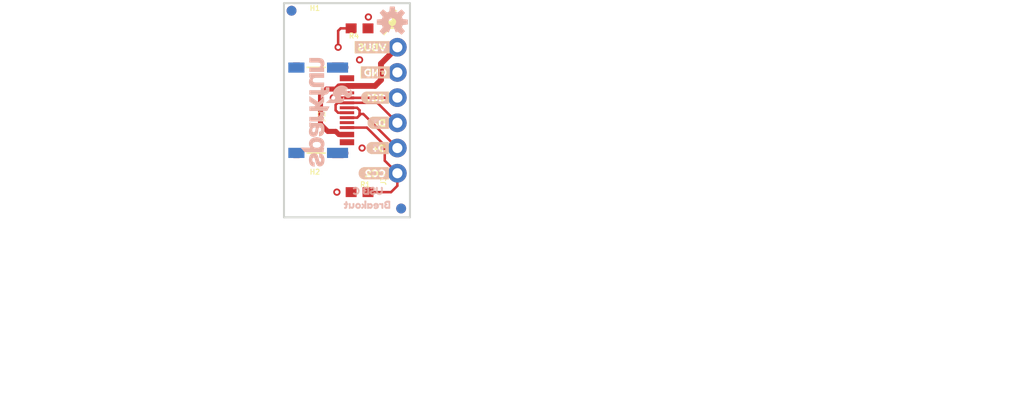
<source format=kicad_pcb>
(kicad_pcb (version 20211014) (generator pcbnew)
  (layers (0 "F.Cu" signal) (1 "In1.Cu" signal) (2 "In2.Cu" signal) (31 "B.Cu" signal) (34 "B.Paste" user) (35 "F.Paste" user) (36 "B.SilkS" user "B.Silkscreen") (37 "F.SilkS" user "F.Silkscreen") (38 "B.Mask" user) (39 "F.Mask" user) (44 "Edge.Cuts" user))
  (net 0 "")
  (net 1 "GND")
  (net 2 "SHLD")
  (net 3 "CC1")
  (net 4 "CC2")
  (net 5 "D+")
  (net 6 "D-")
  (net 7 "VBUS")
  (footprint "boardEagle:CC10" (layer "F.Cu") (at 149.8981 103.7336)
    (fp_text reference "U$3" hide)
    (fp_text value "" hide)
  )
  (footprint "boardEagle:D#8" (layer "F.Cu") (at 150.5331 106.2736)
    (fp_text reference "U$9" hide)
    (fp_text value "" hide)
  )
  (footprint "boardEagle:CC21" (layer "F.Cu") (at 149.6441 111.3536)
    (fp_text reference "U$5" hide)
    (fp_text value "" hide)
  )
  (footprint "boardEagle:SFE_LOGO_FLAME_.1" (layer "F.Cu") (at 153.0731 96.1136)
    (fp_text reference "LOGO2" hide)
    (fp_text value "SFE_LOGO_FLAME.1_INCH" hide)
  )
  (footprint "boardEagle:D#9" (layer "F.Cu") (at 150.4061 108.8136)
    (fp_text reference "U$10" hide)
    (fp_text value "" hide)
  )
  (footprint "boardEagle:USB-C-16P" (layer "F.Cu") (at 148.5011 105.0036 -90)
    (fp_text reference "J2" (at 0 2.54 90) (layer "F.SilkS") (effects (font (size 0.705917 0.705917) (thickness 0.056083)) (justify right)))
    (fp_text value "")
    (fp_poly (pts (xy -3.7873 2.0127) (xy -4.8127 2.0127) (xy -4.8127 -0.1127) (xy -3.7873 -0.1127)) (layer "B.Cu") (width 0) (fill solid))
    (fp_poly (pts (xy 4.8127 5.9127) (xy 3.7873 5.9127) (xy 3.7873 4.2873) (xy 4.8127 4.2873)) (layer "B.Cu") (width 0) (fill solid))
    (fp_poly (pts (xy -3.7873 5.9127) (xy -4.8127 5.9127) (xy -4.8127 4.2873) (xy -3.7873 4.2873)) (layer "B.Cu") (width 0) (fill solid))
    (fp_poly (pts (xy 4.8127 2.0127) (xy 3.7873 2.0127) (xy 3.7873 -0.1127) (xy 4.8127 -0.1127)) (layer "B.Cu") (width 0) (fill solid))
    (pad "" np_thru_hole circle (at 2.89 1.445 270) (size 0.65 0.65) (drill 0.65) (layers *.Cu *.Mask))
    (pad "" np_thru_hole circle (at -2.89 1.445 270) (size 0.65 0.65) (drill 0.65) (layers *.Cu *.Mask))
    (pad "A5" smd rect (at -1.25 0 90) (size 0.3 1.45) (layers "F.Cu" "F.Paste" "F.Mask") (net 3 "CC1"))
    (pad "A6" smd rect (at -0.25 0 90) (size 0.3 1.45) (layers "F.Cu" "F.Paste" "F.Mask") (net 5 "D+"))
    (pad "A7" smd rect (at 0.25 0 270) (size 0.3 1.45) (layers "F.Cu" "F.Paste" "F.Mask") (net 6 "D-"))
    (pad "A8" smd rect (at 1.25 0 270) (size 0.3 1.45) (layers "F.Cu" "F.Paste" "F.Mask"))
    (pad "B5" smd rect (at 1.75 0 270) (size 0.3 1.45) (layers "F.Cu" "F.Paste" "F.Mask") (net 4 "CC2"))
    (pad "B6" smd rect (at 0.75 0 270) (size 0.3 1.45) (layers "F.Cu" "F.Paste" "F.Mask") (net 5 "D+"))
    (pad "B7" smd rect (at -0.75 0 90) (size 0.3 1.45) (layers "F.Cu" "F.Paste" "F.Mask") (net 6 "D-"))
    (pad "B8" smd rect (at -1.75 0 90) (size 0.3 1.45) (layers "F.Cu" "F.Paste" "F.Mask"))
    (pad "GND" smd rect (at -3.225 0 90) (size 0.6 1.45) (layers "F.Cu" "F.Paste" "F.Mask") (net 1 "GND"))
    (pad "GND2" smd rect (at 3.225 0 270) (size 0.6 1.45) (layers "F.Cu" "F.Paste" "F.Mask") (net 1 "GND"))
    (pad "SHLD1" smd roundrect (at -4.32 0.915 90) (size 1 2.1) (layers "F.Cu") (roundrect_rratio 0.5) (net 2 "SHLD"))
    (pad "SHLD2" smd roundrect (at 4.32 0.915 90) (size 1 2.1) (layers "F.Cu") (roundrect_rratio 0.5) (net 2 "SHLD"))
    (pad "SHLD3" smd roundrect (at -4.32 0.915 270) (size 1 2.1) (layers *.Cu *.Mask) (roundrect_rratio 0.5) (net 2 "SHLD"))
    (pad "SHLD4" smd roundrect (at 4.32 0.915 270) (size 1 2.1) (layers *.Cu *.Mask) (roundrect_rratio 0.5) (net 2 "SHLD"))
    (pad "SHLD5" smd roundrect (at -4.32 5.095 90) (size 1 1.6) (layers "F.Cu") (roundrect_rratio 0.5) (net 2 "SHLD"))
    (pad "SHLD6" smd roundrect (at -4.32 5.095 270) (size 1 1.6) (layers *.Cu *.Mask) (roundrect_rratio 0.5) (net 2 "SHLD"))
    (pad "SHLD7" smd roundrect (at 4.32 5.095 270) (size 1 1.6) (layers *.Cu *.Mask) (roundrect_rratio 0.5) (net 2 "SHLD"))
    (pad "SHLD8" smd roundrect (at 4.32 5.095 90) (size 1 1.6) (layers "F.Cu") (roundrect_rratio 0.5) (net 2 "SHLD"))
    (pad "VBUS1" smd rect (at -2.45 0 90) (size 0.55 1.45) (layers "F.Cu" "F.Paste" "F.Mask") (net 7 "VBUS"))
    (pad "VBUS2" smd rect (at 2.45 0 270) (size 0.55 1.45) (layers "F.Cu" "F.Paste" "F.Mask") (net 7 "VBUS"))
  )
  (footprint "boardEagle:CREATIVE_COMMONS" (layer "F.Cu") (at 133.844644 133.5786)
    (fp_text reference "FRAME1" hide)
    (fp_text value "FRAME-LETTER" hide)
  )
  (footprint "boardEagle:FIDUCIAL-1X2" (layer "F.Cu") (at 142.9131 94.9706 180)
    (fp_text reference "JP3" hide)
    (fp_text value "FIDUCIAL1X2" hide)
    (pad "1" smd roundrect (at 0 0 180) (size 1 1) (layers "F.Cu" "F.Mask") (roundrect_rratio 0.5))
  )
  (footprint "boardEagle:STAND-OFF" (layer "F.Cu") (at 144.6911 113.2586)
    (fp_text reference "H2" (at 0 -2.032) (layer "F.SilkS") (effects (font (size 0.512064 0.512064) (thickness 0.097536)) (justify left)))
    (fp_text value "STAND-OFF")
    (pad "" np_thru_hole circle (at 0 0) (size 3.302 3.302) (drill 3.302) (layers *.Cu *.Mask))
  )
  (footprint "boardEagle:FIDUCIAL-1X2" (layer "F.Cu") (at 153.9621 114.9096 180)
    (fp_text reference "JP4" hide)
    (fp_text value "FIDUCIAL1X2" hide)
    (pad "1" smd roundrect (at 0 0 180) (size 1 1) (layers "F.Cu" "F.Mask") (roundrect_rratio 0.5))
  )
  (footprint "boardEagle:0603" (layer "F.Cu") (at 149.7711 113.2586)
    (fp_text reference "R1" (at 0 -0.762) (layer "F.SilkS") (effects (font (size 0.512064 0.512064) (thickness 0.097536)) (justify left)))
    (fp_text value "5.1k")
    (pad "1" smd rect (at -0.85 0) (size 1.1 1) (layers "F.Cu" "F.Paste" "F.Mask") (net 1 "GND"))
    (pad "2" smd rect (at 0.85 0) (size 1.1 1) (layers "F.Cu" "F.Paste" "F.Mask") (net 4 "CC2"))
  )
  (footprint "boardEagle:0603" (layer "F.Cu") (at 149.7711 96.7486 180)
    (fp_text reference "R4" (at 0 -0.762) (layer "F.SilkS") (effects (font (size 0.512064 0.512064) (thickness 0.097536)) (justify right)))
    (fp_text value "5.1k")
    (pad "1" smd rect (at -0.85 0 180) (size 1.1 1) (layers "F.Cu" "F.Paste" "F.Mask") (net 1 "GND"))
    (pad "2" smd rect (at 0.85 0 180) (size 1.1 1) (layers "F.Cu" "F.Paste" "F.Mask") (net 3 "CC1"))
  )
  (footprint "boardEagle:1X06_NO_SILK" (layer "F.Cu") (at 153.5811 111.3536 90)
    (fp_text reference "J3" (at -1.27 -1.397 90) (layer "F.SilkS") (effects (font (size 0.512064 0.512064) (thickness 0.097536)) (justify left)))
    (fp_text value "")
    (pad "1" thru_hole circle (at 0 0 180) (size 1.8796 1.8796) (drill 1.016) (layers *.Cu *.Mask) (net 4 "CC2"))
    (pad "2" thru_hole circle (at 2.54 0 180) (size 1.8796 1.8796) (drill 1.016) (layers *.Cu *.Mask) (net 5 "D+"))
    (pad "3" thru_hole circle (at 5.08 0 180) (size 1.8796 1.8796) (drill 1.016) (layers *.Cu *.Mask) (net 6 "D-"))
    (pad "4" thru_hole circle (at 7.62 0 180) (size 1.8796 1.8796) (drill 1.016) (layers *.Cu *.Mask) (net 3 "CC1"))
    (pad "5" thru_hole circle (at 10.16 0 180) (size 1.8796 1.8796) (drill 1.016) (layers *.Cu *.Mask) (net 1 "GND"))
    (pad "6" thru_hole circle (at 12.7 0 180) (size 1.8796 1.8796) (drill 1.016) (layers *.Cu *.Mask) (net 7 "VBUS"))
  )
  (footprint "boardEagle:GND2" (layer "F.Cu") (at 149.5171 101.1936)
    (fp_text reference "U$11" hide)
    (fp_text value "" hide)
  )
  (footprint "boardEagle:STAND-OFF" (layer "F.Cu") (at 144.6911 96.7486)
    (fp_text reference "H1" (at 0 -2.032) (layer "F.SilkS") (effects (font (size 0.512064 0.512064) (thickness 0.097536)) (justify left)))
    (fp_text value "STAND-OFF")
    (pad "" np_thru_hole circle (at 0 0) (size 3.302 3.302) (drill 3.302) (layers *.Cu *.Mask))
  )
  (footprint "boardEagle:VBUS3" (layer "F.Cu") (at 148.8821 98.6536)
    (fp_text reference "U$12" hide)
    (fp_text value "" hide)
  )
  (footprint "boardEagle:OSHW-LOGO-S" (layer "B.Cu") (at 153.0731 96.1136 180)
    (fp_text reference "LOGO1" hide)
    (fp_text value "OSHW-LOGOS" hide)
  )
  (footprint "boardEagle:BREAKOUT1" (layer "B.Cu") (at 153.5811 114.5286 180)
    (fp_text reference "U$2" hide)
    (fp_text value "" hide)
  )
  (footprint "boardEagle:D#7" (layer "B.Cu") (at 153.0731 108.8136 180)
    (fp_text reference "U$8" hide)
    (fp_text value "" hide)
  )
  (footprint "boardEagle:FIDUCIAL-1X2" (layer "B.Cu") (at 142.9131 94.9706)
    (fp_text reference "JP5" hide)
    (fp_text value "FIDUCIAL1X2" hide)
    (pad "1" smd roundrect (at 0 0) (size 1 1) (layers "B.Cu" "B.Mask") (roundrect_rratio 0.5))
  )
  (footprint "boardEagle:USB_C0" (layer "B.Cu") (at 152.8191 113.1316 180)
    (fp_text reference "U$14" hide)
    (fp_text value "" hide)
  )
  (footprint "boardEagle:VBUS3" (layer "B.Cu") (at 153.2001 98.6536 180)
    (fp_text reference "U$13" hide)
    (fp_text value "" hide)
  )
  (footprint "boardEagle:CC25" (layer "B.Cu") (at 153.0731 111.3536 180)
    (fp_text reference "U$6" hide)
    (fp_text value "" hide)
  )
  (footprint "boardEagle:FIDUCIAL-1X2" (layer "B.Cu") (at 153.9621 114.9096)
    (fp_text reference "JP6" hide)
    (fp_text value "FIDUCIAL1X2" hide)
    (pad "1" smd roundrect (at 0 0) (size 1 1) (layers "B.Cu" "B.Mask") (roundrect_rratio 0.5))
  )
  (footprint "boardEagle:SFE_LOGO_NAME_FLAME_.1" (layer "B.Cu") (at 145.3261 105.1306 90)
    (fp_text reference "LOGO4" hide)
    (fp_text value "SFE_LOGO_NAME_FLAME.1_INCH" hide)
  )
  (footprint "boardEagle:GND2" (layer "B.Cu") (at 153.2001 101.1936 180)
    (fp_text reference "U$1" hide)
    (fp_text value "" hide)
  )
  (footprint "boardEagle:CC14" (layer "B.Cu") (at 153.0731 103.7336 180)
    (fp_text reference "U$4" hide)
    (fp_text value "" hide)
  )
  (footprint "boardEagle:D#6" (layer "B.Cu") (at 153.0731 106.2736 180)
    (fp_text reference "U$7" hide)
    (fp_text value "" hide)
  )
  (gr_line (start 154.8511 115.7986) (end 142.1511 115.7986) (layer "Edge.Cuts") (width 0.2032))
  (gr_line (start 154.8511 94.2086) (end 154.8511 115.7986) (layer "Edge.Cuts") (width 0.2032))
  (gr_line (start 142.1511 115.7986) (end 142.1511 94.2086) (layer "Edge.Cuts") (width 0.2032))
  (gr_line (start 142.1511 94.2086) (end 154.8511 94.2086) (layer "Edge.Cuts") (width 0.2032))
  (via blind (at 150.0251 108.8136) (size 0.7366) (drill 0.381) (layers "F.Cu" "In1.Cu") (net 1))
  (via blind (at 149.7711 99.9236) (size 0.7366) (drill 0.381) (layers "F.Cu" "In1.Cu") (net 1))
  (via blind (at 150.6601 95.6056) (size 0.7366) (drill 0.381) (layers "F.Cu" "In1.Cu") (net 1))
  (via blind (at 147.4851 113.2586) (size 0.7366) (drill 0.381) (layers "F.Cu" "In1.Cu") (net 1))
  (segment (start 147.8661 96.7486) (end 147.6121 97.0026) (width 0.254) (layer "F.Cu") (net 3))
  (segment (start 148.9211 96.7486) (end 147.8661 96.7486) (width 0.254) (layer "F.Cu") (net 3))
  (segment (start 148.5011 103.7536) (end 147.1241 103.7536) (width 0.254) (layer "F.Cu") (net 3))
  (segment (start 148.5011 103.7536) (end 153.5611 103.7536) (width 0.254) (layer "F.Cu") (net 3))
  (segment (start 153.5611 103.7536) (end 153.5811 103.7336) (width 0.254) (layer "F.Cu") (net 3))
  (segment (start 147.1241 103.7536) (end 147.120118 103.749619) (width 0.254) (layer "F.Cu") (net 3))
  (segment (start 147.6121 98.6536) (end 147.6121 97.0026) (width 0.254) (layer "F.Cu") (net 3))
  (via blind (at 147.6121 98.6536) (size 0.7366) (drill 0.381) (layers "F.Cu" "In1.Cu") (net 3))
  (via blind (at 147.120118 103.749619) (size 0.7366) (drill 0.381) (layers "F.Cu" "In1.Cu") (net 3))
  (segment (start 150.5051 106.7536) (end 152.3111 108.5596) (width 0.254) (layer "F.Cu") (net 4))
  (segment (start 153.5811 112.6236) (end 153.5811 111.3536) (width 0.254) (layer "F.Cu") (net 4))
  (segment (start 152.3111 110.0836) (end 153.5811 111.3536) (width 0.254) (layer "F.Cu") (net 4))
  (segment (start 152.3111 108.5596) (end 152.3111 110.0836) (width 0.254) (layer "F.Cu") (net 4))
  (segment (start 148.5011 106.7536) (end 150.5051 106.7536) (width 0.254) (layer "F.Cu") (net 4))
  (segment (start 150.6211 113.2586) (end 152.9461 113.2586) (width 0.254) (layer "F.Cu") (net 4))
  (segment (start 152.9461 113.2586) (end 153.5811 112.6236) (width 0.254) (layer "F.Cu") (net 4))
  (segment (start 149.7711 105.5116) (end 149.5291 105.7536) (width 0.254) (layer "F.Cu") (net 5))
  (segment (start 148.5011 104.7536) (end 149.5211 104.7536) (width 0.254) (layer "F.Cu") (net 5))
  (segment (start 149.5211 104.7536) (end 149.7711 105.0036) (width 0.254) (layer "F.Cu") (net 5))
  (segment (start 149.5291 105.7536) (end 148.5011 105.7536) (width 0.254) (layer "F.Cu") (net 5))
  (segment (start 149.7711 105.0036) (end 149.7711 105.3846) (width 0.254) (layer "F.Cu") (net 5))
  (segment (start 149.7711 105.3846) (end 149.7711 105.5116) (width 0.254) (layer "F.Cu") (net 5))
  (segment (start 153.5811 108.8136) (end 150.1521 105.3846) (width 0.254) (layer "F.Cu") (net 5))
  (segment (start 150.1521 105.3846) (end 149.7711 105.3846) (width 0.254) (layer "F.Cu") (net 5))
  (segment (start 147.3581 104.46355) (end 147.3581 105.0036) (width 0.254) (layer "F.Cu") (net 6))
  (segment (start 151.5611 104.2536) (end 153.5811 106.2736) (width 0.254) (layer "F.Cu") (net 6))
  (segment (start 148.5011 104.2536) (end 147.56805 104.2536) (width 0.254) (layer "F.Cu") (net 6))
  (segment (start 148.5011 104.2536) (end 151.5611 104.2536) (width 0.254) (layer "F.Cu") (net 6))
  (segment (start 148.5011 105.2536) (end 147.6081 105.2536) (width 0.254) (layer "F.Cu") (net 6))
  (segment (start 147.3581 105.0036) (end 147.6081 105.2536) (width 0.254) (layer "F.Cu") (net 6))
  (segment (start 147.56805 104.2536) (end 147.3581 104.46355) (width 0.254) (layer "F.Cu") (net 6))
  (segment (start 147.686381 107.4536) (end 147.369581 107.1368) (width 0.508) (layer "F.Cu") (net 7))
  (segment (start 151.9301 100.3046) (end 153.5811 98.6536) (width 0.5842) (layer "F.Cu") (net 7))
  (segment (start 147.369581 107.1368) (end 146.5703 107.1368) (width 0.508) (layer "F.Cu") (net 7))
  (segment (start 147.686381 102.5536) (end 147.369581 102.8704) (width 0.508) (layer "F.Cu") (net 7))
  (segment (start 145.8341 103.4796) (end 145.8341 106.4006) (width 0.508) (layer "F.Cu") (net 7))
  (segment (start 147.369581 102.8704) (end 146.4433 102.8704) (width 0.508) (layer "F.Cu") (net 7))
  (segment (start 148.5011 102.5536) (end 147.686381 102.5536) (width 0.508) (layer "F.Cu") (net 7))
  (segment (start 146.4433 102.8704) (end 145.8341 103.4796) (width 0.508) (layer "F.Cu") (net 7))
  (segment (start 151.9301 101.9556) (end 151.9301 100.3046) (width 0.5842) (layer "F.Cu") (net 7))
  (segment (start 146.5703 107.1368) (end 145.8341 106.4006) (width 0.508) (layer "F.Cu") (net 7))
  (segment (start 148.5011 102.5536) (end 151.3321 102.5536) (width 0.5842) (layer "F.Cu") (net 7))
  (segment (start 148.5011 107.4536) (end 147.686381 107.4536) (width 0.508) (layer "F.Cu") (net 7))
  (segment (start 151.3321 102.5536) (end 151.9301 101.9556) (width 0.5842) (layer "F.Cu") (net 7))
)
</source>
